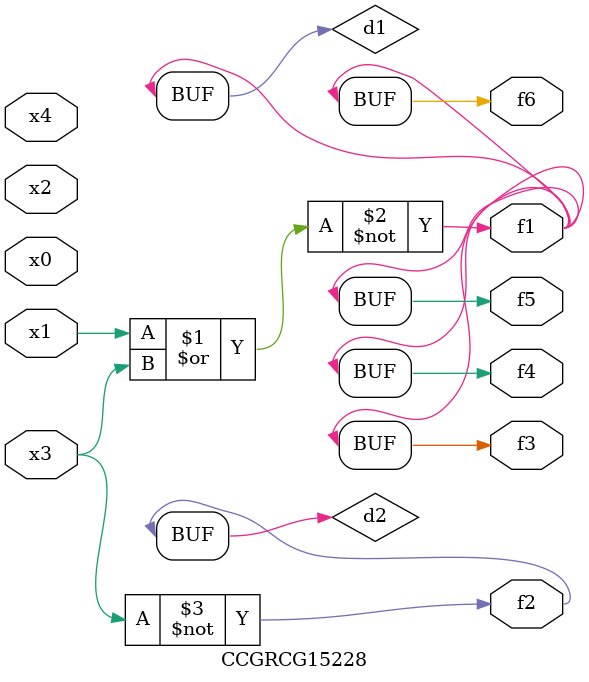
<source format=v>
module CCGRCG15228(
	input x0, x1, x2, x3, x4,
	output f1, f2, f3, f4, f5, f6
);

	wire d1, d2;

	nor (d1, x1, x3);
	not (d2, x3);
	assign f1 = d1;
	assign f2 = d2;
	assign f3 = d1;
	assign f4 = d1;
	assign f5 = d1;
	assign f6 = d1;
endmodule

</source>
